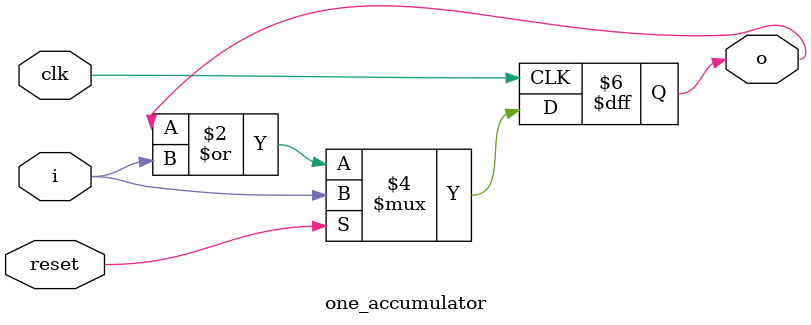
<source format=sv>



// Simulation: Tick at 1ns (using #<num>) to a precision of 0.1ns (100ps)
`timescale 1 ns / 100 ps


module one_accumulator #(
  parameter WIDTH = 1
) (
  input logic clk,
  input logic reset,
  input logic [WIDTH-1:0] i,
  output logic [WIDTH-1:0] o
);

always_ff @(posedge clk) begin
  if (reset)
    o <= i;
  else
    o <= o | i;
end

endmodule
</source>
